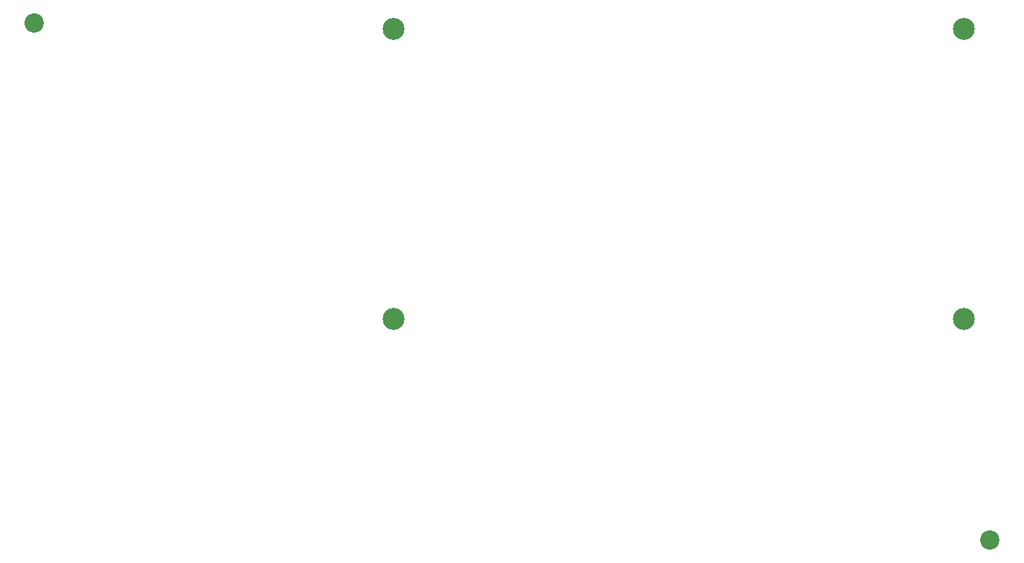
<source format=gbr>
%TF.GenerationSoftware,KiCad,Pcbnew,9.0.5*%
%TF.CreationDate,2025-10-16T17:25:58-04:00*%
%TF.ProjectId,phoenix_v2,70686f65-6e69-4785-9f76-322e6b696361,v3*%
%TF.SameCoordinates,Original*%
%TF.FileFunction,NonPlated,1,2,NPTH,Drill*%
%TF.FilePolarity,Positive*%
%FSLAX46Y46*%
G04 Gerber Fmt 4.6, Leading zero omitted, Abs format (unit mm)*
G04 Created by KiCad (PCBNEW 9.0.5) date 2025-10-16 17:25:58*
%MOMM*%
%LPD*%
G01*
G04 APERTURE LIST*
%TA.AperFunction,ComponentDrill*%
%ADD10C,2.200000*%
%TD*%
%TA.AperFunction,ComponentDrill*%
%ADD11C,2.500000*%
%TD*%
G04 APERTURE END LIST*
D10*
%TO.C,REF\u002A\u002A*%
X85200000Y-72100000D03*
X194200000Y-131100000D03*
D11*
%TO.C,U1*%
X126200000Y-72800000D03*
X126200000Y-105900000D03*
X191200000Y-72800000D03*
X191200000Y-105900000D03*
M02*

</source>
